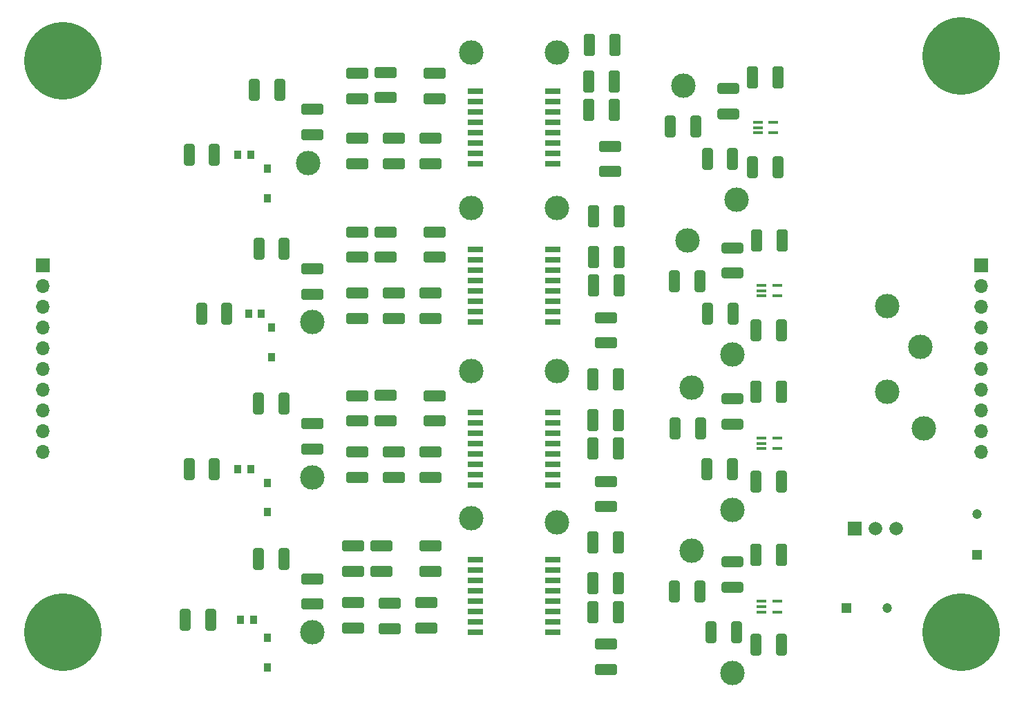
<source format=gbr>
%TF.GenerationSoftware,KiCad,Pcbnew,9.0.0*%
%TF.CreationDate,2025-04-28T14:26:38-07:00*%
%TF.ProjectId,IsolatedVoltageSensor,49736f6c-6174-4656-9456-6f6c74616765,rev?*%
%TF.SameCoordinates,Original*%
%TF.FileFunction,Soldermask,Top*%
%TF.FilePolarity,Negative*%
%FSLAX46Y46*%
G04 Gerber Fmt 4.6, Leading zero omitted, Abs format (unit mm)*
G04 Created by KiCad (PCBNEW 9.0.0) date 2025-04-28 14:26:38*
%MOMM*%
%LPD*%
G01*
G04 APERTURE LIST*
G04 Aperture macros list*
%AMRoundRect*
0 Rectangle with rounded corners*
0 $1 Rounding radius*
0 $2 $3 $4 $5 $6 $7 $8 $9 X,Y pos of 4 corners*
0 Add a 4 corners polygon primitive as box body*
4,1,4,$2,$3,$4,$5,$6,$7,$8,$9,$2,$3,0*
0 Add four circle primitives for the rounded corners*
1,1,$1+$1,$2,$3*
1,1,$1+$1,$4,$5*
1,1,$1+$1,$6,$7*
1,1,$1+$1,$8,$9*
0 Add four rect primitives between the rounded corners*
20,1,$1+$1,$2,$3,$4,$5,0*
20,1,$1+$1,$4,$5,$6,$7,0*
20,1,$1+$1,$6,$7,$8,$9,0*
20,1,$1+$1,$8,$9,$2,$3,0*%
G04 Aperture macros list end*
%ADD10RoundRect,0.250000X-0.400000X-1.075000X0.400000X-1.075000X0.400000X1.075000X-0.400000X1.075000X0*%
%ADD11RoundRect,0.250000X1.100000X-0.412500X1.100000X0.412500X-1.100000X0.412500X-1.100000X-0.412500X0*%
%ADD12R,1.665000X1.665000*%
%ADD13C,1.665000*%
%ADD14RoundRect,0.250000X0.400000X1.075000X-0.400000X1.075000X-0.400000X-1.075000X0.400000X-1.075000X0*%
%ADD15R,0.850000X1.050000*%
%ADD16RoundRect,0.250000X-0.412500X-1.100000X0.412500X-1.100000X0.412500X1.100000X-0.412500X1.100000X0*%
%ADD17R,1.200000X0.400000*%
%ADD18C,9.500000*%
%ADD19RoundRect,0.250000X0.412500X1.100000X-0.412500X1.100000X-0.412500X-1.100000X0.412500X-1.100000X0*%
%ADD20R,0.950000X1.000000*%
%ADD21C,3.000000*%
%ADD22RoundRect,0.250000X1.075000X-0.400000X1.075000X0.400000X-1.075000X0.400000X-1.075000X-0.400000X0*%
%ADD23RoundRect,0.250000X-1.100000X0.412500X-1.100000X-0.412500X1.100000X-0.412500X1.100000X0.412500X0*%
%ADD24R,1.200000X1.200000*%
%ADD25C,1.200000*%
%ADD26R,1.950000X0.650000*%
%ADD27R,1.700000X1.700000*%
%ADD28O,1.700000X1.700000*%
G04 APERTURE END LIST*
D10*
%TO.C,R49*%
X119000000Y-88000000D03*
X122100000Y-88000000D03*
%TD*%
D11*
%TO.C,C76*%
X140500000Y-69625000D03*
X140500000Y-66500000D03*
%TD*%
D12*
%TO.C,PS1*%
X191960000Y-122275000D03*
D13*
X194500000Y-122275000D03*
X197040000Y-122275000D03*
%TD*%
D14*
%TO.C,R51*%
X177100000Y-96000000D03*
X174000000Y-96000000D03*
%TD*%
D15*
%TO.C,Z2*%
X120000000Y-116700000D03*
X120000000Y-120300000D03*
%TD*%
D16*
%TO.C,C35*%
X159937500Y-124000000D03*
X163062500Y-124000000D03*
%TD*%
D17*
%TO.C,IC11*%
X180600000Y-92500000D03*
X180600000Y-93150000D03*
X180600000Y-93800000D03*
X182500000Y-93800000D03*
X182500000Y-92500000D03*
%TD*%
D18*
%TO.C,H4*%
X95000000Y-135000000D03*
%TD*%
D19*
%TO.C,C83*%
X182625000Y-67000000D03*
X179500000Y-67000000D03*
%TD*%
D14*
%TO.C,R46*%
X173100000Y-110000000D03*
X170000000Y-110000000D03*
%TD*%
D15*
%TO.C,Z3*%
X120500000Y-97700000D03*
X120500000Y-101300000D03*
%TD*%
D20*
%TO.C,FB3*%
X117700000Y-96000000D03*
X119300000Y-96000000D03*
%TD*%
D21*
%TO.C,TP18*%
X171000000Y-68000000D03*
%TD*%
%TO.C,TP22*%
X155500000Y-103000000D03*
%TD*%
%TO.C,TP11*%
X145000000Y-103000000D03*
%TD*%
D10*
%TO.C,R38*%
X118950000Y-126000000D03*
X122050000Y-126000000D03*
%TD*%
D14*
%TO.C,R58*%
X172500000Y-73000000D03*
X169400000Y-73000000D03*
%TD*%
D21*
%TO.C,TP10*%
X177000000Y-120000000D03*
%TD*%
%TO.C,TP8*%
X172000000Y-105000000D03*
%TD*%
D22*
%TO.C,R47*%
X177000000Y-109500000D03*
X177000000Y-106400000D03*
%TD*%
D19*
%TO.C,C80*%
X162562500Y-71000000D03*
X159437500Y-71000000D03*
%TD*%
D21*
%TO.C,TP5*%
X177000000Y-140000000D03*
%TD*%
D20*
%TO.C,FB1*%
X116700000Y-133500000D03*
X118300000Y-133500000D03*
%TD*%
D21*
%TO.C,TP3*%
X172000000Y-125000000D03*
%TD*%
%TO.C,TP2*%
X125500000Y-135000000D03*
%TD*%
D10*
%TO.C,R43*%
X118950000Y-107000000D03*
X122050000Y-107000000D03*
%TD*%
D23*
%TO.C,C62*%
X135500000Y-93437500D03*
X135500000Y-96562500D03*
%TD*%
D14*
%TO.C,R48*%
X183000000Y-116500000D03*
X179900000Y-116500000D03*
%TD*%
D11*
%TO.C,C46*%
X125500000Y-131562500D03*
X125500000Y-128437500D03*
%TD*%
%TO.C,C42*%
X140000000Y-127562500D03*
X140000000Y-124437500D03*
%TD*%
D21*
%TO.C,TP14*%
X196000000Y-105500000D03*
%TD*%
D19*
%TO.C,C41*%
X163062500Y-132500000D03*
X159937500Y-132500000D03*
%TD*%
D23*
%TO.C,C74*%
X135500000Y-74437500D03*
X135500000Y-77562500D03*
%TD*%
D24*
%TO.C,C1*%
X191000000Y-132000000D03*
D25*
X196000000Y-132000000D03*
%TD*%
D22*
%TO.C,R59*%
X176500000Y-71500000D03*
X176500000Y-68400000D03*
%TD*%
D19*
%TO.C,C47*%
X183000000Y-125500000D03*
X179875000Y-125500000D03*
%TD*%
D21*
%TO.C,TP1*%
X145000000Y-64000000D03*
%TD*%
D23*
%TO.C,C50*%
X135500000Y-112937500D03*
X135500000Y-116062500D03*
%TD*%
%TO.C,C66*%
X131000000Y-93437500D03*
X131000000Y-96562500D03*
%TD*%
%TO.C,C54*%
X131000000Y-112937500D03*
X131000000Y-116062500D03*
%TD*%
D15*
%TO.C,Z4*%
X120000000Y-78200000D03*
X120000000Y-81800000D03*
%TD*%
D11*
%TO.C,C75*%
X131000000Y-69625000D03*
X131000000Y-66500000D03*
%TD*%
D16*
%TO.C,C58*%
X159937500Y-109000000D03*
X163062500Y-109000000D03*
%TD*%
D23*
%TO.C,C43*%
X139500000Y-131375000D03*
X139500000Y-134500000D03*
%TD*%
D21*
%TO.C,TP16*%
X145000000Y-121000000D03*
%TD*%
%TO.C,TP17*%
X125000000Y-77500000D03*
%TD*%
D23*
%TO.C,C77*%
X134500000Y-66375000D03*
X134500000Y-69500000D03*
%TD*%
D16*
%TO.C,C81*%
X159500000Y-63000000D03*
X162625000Y-63000000D03*
%TD*%
D17*
%TO.C,IC1*%
X180600000Y-131200000D03*
X180600000Y-131850000D03*
X180600000Y-132500000D03*
X182500000Y-132500000D03*
X182500000Y-131200000D03*
%TD*%
D14*
%TO.C,R37*%
X113050000Y-133500000D03*
X109950000Y-133500000D03*
%TD*%
%TO.C,R57*%
X177050000Y-77000000D03*
X173950000Y-77000000D03*
%TD*%
D19*
%TO.C,C56*%
X163062500Y-112500000D03*
X159937500Y-112500000D03*
%TD*%
D11*
%TO.C,C67*%
X161500000Y-99562500D03*
X161500000Y-96437500D03*
%TD*%
D20*
%TO.C,FB2*%
X116400000Y-115000000D03*
X118000000Y-115000000D03*
%TD*%
D14*
%TO.C,R44*%
X113550000Y-115000000D03*
X110450000Y-115000000D03*
%TD*%
D21*
%TO.C,TP15*%
X177000000Y-101000000D03*
%TD*%
D26*
%TO.C,AT1*%
X145550000Y-126110000D03*
X145550000Y-127380000D03*
X145550000Y-128650000D03*
X145550000Y-129920000D03*
X145550000Y-131190000D03*
X145550000Y-132460000D03*
X145550000Y-133730000D03*
X145550000Y-135000000D03*
X155000000Y-135000000D03*
X155000000Y-133730000D03*
X155000000Y-132460000D03*
X155000000Y-131190000D03*
X155000000Y-129920000D03*
X155000000Y-128650000D03*
X155000000Y-127380000D03*
X155000000Y-126110000D03*
%TD*%
D14*
%TO.C,R39*%
X173000000Y-130000000D03*
X169900000Y-130000000D03*
%TD*%
D23*
%TO.C,C53*%
X134500000Y-105937500D03*
X134500000Y-109062500D03*
%TD*%
D19*
%TO.C,C68*%
X163125000Y-92500000D03*
X160000000Y-92500000D03*
%TD*%
D23*
%TO.C,C48*%
X140000000Y-112937500D03*
X140000000Y-116062500D03*
%TD*%
D21*
%TO.C,TP6*%
X145000000Y-83000000D03*
%TD*%
D15*
%TO.C,Z1*%
X120000000Y-135700000D03*
X120000000Y-139300000D03*
%TD*%
D26*
%TO.C,AT4*%
X145550000Y-68690000D03*
X145550000Y-69960000D03*
X145550000Y-71230000D03*
X145550000Y-72500000D03*
X145550000Y-73770000D03*
X145550000Y-75040000D03*
X145550000Y-76310000D03*
X145550000Y-77580000D03*
X155000000Y-77580000D03*
X155000000Y-76310000D03*
X155000000Y-75040000D03*
X155000000Y-73770000D03*
X155000000Y-72500000D03*
X155000000Y-71230000D03*
X155000000Y-69960000D03*
X155000000Y-68690000D03*
%TD*%
D21*
%TO.C,TP23*%
X155500000Y-83000000D03*
%TD*%
D19*
%TO.C,C59*%
X183000000Y-105500000D03*
X179875000Y-105500000D03*
%TD*%
D22*
%TO.C,R53*%
X177000000Y-91000000D03*
X177000000Y-87900000D03*
%TD*%
D18*
%TO.C,H2*%
X205000000Y-135000000D03*
%TD*%
D11*
%TO.C,C40*%
X130500000Y-127562500D03*
X130500000Y-124437500D03*
%TD*%
D21*
%TO.C,TP24*%
X155500000Y-64000000D03*
%TD*%
D14*
%TO.C,R40*%
X177500000Y-135000000D03*
X174400000Y-135000000D03*
%TD*%
D11*
%TO.C,C79*%
X162000000Y-78562500D03*
X162000000Y-75437500D03*
%TD*%
D21*
%TO.C,TP20*%
X177500000Y-82000000D03*
%TD*%
D23*
%TO.C,C60*%
X140000000Y-93437500D03*
X140000000Y-96562500D03*
%TD*%
D22*
%TO.C,R41*%
X177000000Y-129500000D03*
X177000000Y-126400000D03*
%TD*%
D18*
%TO.C,H3*%
X95000000Y-65000000D03*
%TD*%
D11*
%TO.C,C52*%
X140500000Y-109125000D03*
X140500000Y-106000000D03*
%TD*%
D16*
%TO.C,C57*%
X159937500Y-104000000D03*
X163062500Y-104000000D03*
%TD*%
D23*
%TO.C,C39*%
X134000000Y-124437500D03*
X134000000Y-127562500D03*
%TD*%
D14*
%TO.C,R42*%
X183000000Y-136500000D03*
X179900000Y-136500000D03*
%TD*%
D16*
%TO.C,C70*%
X160000000Y-89000000D03*
X163125000Y-89000000D03*
%TD*%
D23*
%TO.C,C78*%
X131000000Y-74437500D03*
X131000000Y-77562500D03*
%TD*%
D21*
%TO.C,TP21*%
X155500000Y-121500000D03*
%TD*%
%TO.C,TP4*%
X196000000Y-95000000D03*
%TD*%
D19*
%TO.C,C71*%
X183125000Y-87000000D03*
X180000000Y-87000000D03*
%TD*%
D14*
%TO.C,R54*%
X183000000Y-98000000D03*
X179900000Y-98000000D03*
%TD*%
D16*
%TO.C,C36*%
X159937500Y-129000000D03*
X163062500Y-129000000D03*
%TD*%
D10*
%TO.C,R55*%
X118450000Y-68500000D03*
X121550000Y-68500000D03*
%TD*%
D14*
%TO.C,R50*%
X115050000Y-96000000D03*
X111950000Y-96000000D03*
%TD*%
D16*
%TO.C,C82*%
X159437500Y-67500000D03*
X162562500Y-67500000D03*
%TD*%
D11*
%TO.C,C38*%
X161500000Y-139562500D03*
X161500000Y-136437500D03*
%TD*%
D17*
%TO.C,IC2*%
X180600000Y-111200000D03*
X180600000Y-111850000D03*
X180600000Y-112500000D03*
X182500000Y-112500000D03*
X182500000Y-111200000D03*
%TD*%
D11*
%TO.C,C51*%
X131000000Y-109125000D03*
X131000000Y-106000000D03*
%TD*%
D21*
%TO.C,TP7*%
X125500000Y-116000000D03*
%TD*%
D17*
%TO.C,IC12*%
X180100000Y-72500000D03*
X180100000Y-73150000D03*
X180100000Y-73800000D03*
X182000000Y-73800000D03*
X182000000Y-72500000D03*
%TD*%
D26*
%TO.C,AT2*%
X145550000Y-108055000D03*
X145550000Y-109325000D03*
X145550000Y-110595000D03*
X145550000Y-111865000D03*
X145550000Y-113135000D03*
X145550000Y-114405000D03*
X145550000Y-115675000D03*
X145550000Y-116945000D03*
X155000000Y-116945000D03*
X155000000Y-115675000D03*
X155000000Y-114405000D03*
X155000000Y-113135000D03*
X155000000Y-111865000D03*
X155000000Y-110595000D03*
X155000000Y-109325000D03*
X155000000Y-108055000D03*
%TD*%
D11*
%TO.C,C63*%
X131000000Y-89062500D03*
X131000000Y-85937500D03*
%TD*%
%TO.C,C64*%
X140500000Y-89062500D03*
X140500000Y-85937500D03*
%TD*%
D23*
%TO.C,C45*%
X130500000Y-131375000D03*
X130500000Y-134500000D03*
%TD*%
D18*
%TO.C,H1*%
X205000000Y-64350000D03*
%TD*%
D14*
%TO.C,R52*%
X173000000Y-92000000D03*
X169900000Y-92000000D03*
%TD*%
D11*
%TO.C,C49*%
X125500000Y-112562500D03*
X125500000Y-109437500D03*
%TD*%
D14*
%TO.C,R60*%
X182600000Y-78000000D03*
X179500000Y-78000000D03*
%TD*%
D21*
%TO.C,TP12*%
X125500000Y-97000000D03*
%TD*%
D11*
%TO.C,C61*%
X125500000Y-93625000D03*
X125500000Y-90500000D03*
%TD*%
D21*
%TO.C,TP13*%
X171500000Y-87000000D03*
%TD*%
D24*
%TO.C,C4*%
X207000000Y-125500000D03*
D25*
X207000000Y-120500000D03*
%TD*%
D20*
%TO.C,FB4*%
X116400000Y-76500000D03*
X118000000Y-76500000D03*
%TD*%
D14*
%TO.C,R56*%
X113550000Y-76500000D03*
X110450000Y-76500000D03*
%TD*%
D23*
%TO.C,C72*%
X140000000Y-74437500D03*
X140000000Y-77562500D03*
%TD*%
%TO.C,C44*%
X135000000Y-131437500D03*
X135000000Y-134562500D03*
%TD*%
D14*
%TO.C,R45*%
X177000000Y-115000000D03*
X173900000Y-115000000D03*
%TD*%
D21*
%TO.C,TP9*%
X200500000Y-110000000D03*
%TD*%
D23*
%TO.C,C65*%
X134500000Y-85937500D03*
X134500000Y-89062500D03*
%TD*%
D11*
%TO.C,C73*%
X125500000Y-74000000D03*
X125500000Y-70875000D03*
%TD*%
D16*
%TO.C,C69*%
X160000000Y-84000000D03*
X163125000Y-84000000D03*
%TD*%
D26*
%TO.C,AT3*%
X145550000Y-88055000D03*
X145550000Y-89325000D03*
X145550000Y-90595000D03*
X145550000Y-91865000D03*
X145550000Y-93135000D03*
X145550000Y-94405000D03*
X145550000Y-95675000D03*
X145550000Y-96945000D03*
X155000000Y-96945000D03*
X155000000Y-95675000D03*
X155000000Y-94405000D03*
X155000000Y-93135000D03*
X155000000Y-91865000D03*
X155000000Y-90595000D03*
X155000000Y-89325000D03*
X155000000Y-88055000D03*
%TD*%
D11*
%TO.C,C55*%
X161500000Y-119625000D03*
X161500000Y-116500000D03*
%TD*%
D21*
%TO.C,TP19*%
X200000000Y-100000000D03*
%TD*%
D27*
%TO.C,J1*%
X92500000Y-90000000D03*
D28*
X92500000Y-92540000D03*
X92500000Y-95080000D03*
X92500000Y-97620000D03*
X92500000Y-100160000D03*
X92500000Y-102700000D03*
X92500000Y-105240000D03*
X92500000Y-107780000D03*
X92500000Y-110320000D03*
X92500000Y-112860000D03*
%TD*%
D27*
%TO.C,J2*%
X207500000Y-90000000D03*
D28*
X207500000Y-92540000D03*
X207500000Y-95080000D03*
X207500000Y-97620000D03*
X207500000Y-100160000D03*
X207500000Y-102700000D03*
X207500000Y-105240000D03*
X207500000Y-107780000D03*
X207500000Y-110320000D03*
X207500000Y-112860000D03*
%TD*%
M02*

</source>
